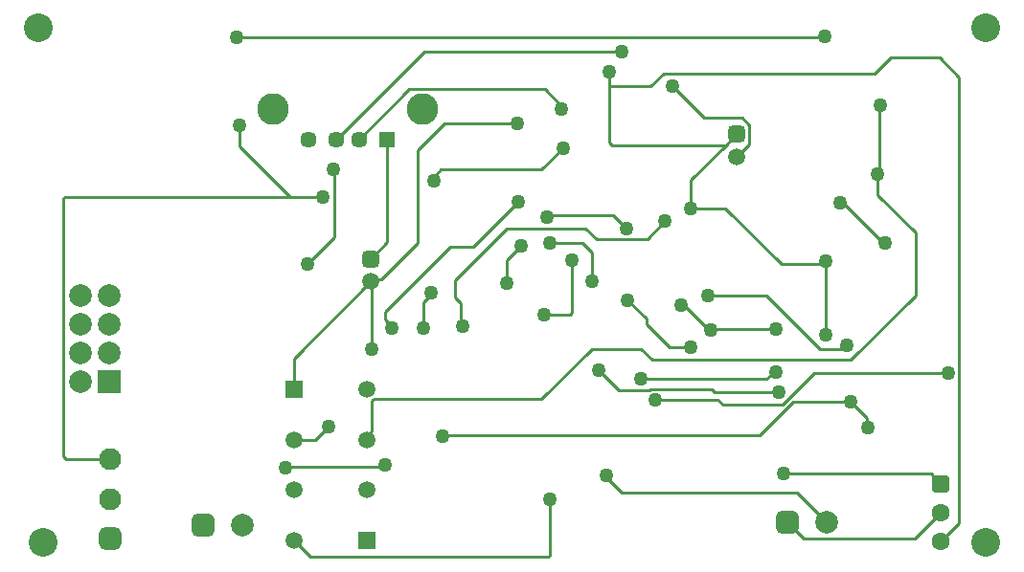
<source format=gbr>
G04*
G04 #@! TF.GenerationSoftware,Altium Limited,Altium Designer,25.8.1 (18)*
G04*
G04 Layer_Physical_Order=2*
G04 Layer_Color=16711680*
%FSLAX44Y44*%
%MOMM*%
G71*
G04*
G04 #@! TF.SameCoordinates,0AA87B99-36C4-491F-804F-3ED42A066D7D*
G04*
G04*
G04 #@! TF.FilePolarity,Positive*
G04*
G01*
G75*
%ADD14C,0.2540*%
G04:AMPARAMS|DCode=91|XSize=1.5mm|YSize=1.5mm|CornerRadius=0.375mm|HoleSize=0mm|Usage=FLASHONLY|Rotation=90.000|XOffset=0mm|YOffset=0mm|HoleType=Round|Shape=RoundedRectangle|*
%AMROUNDEDRECTD91*
21,1,1.5000,0.7500,0,0,90.0*
21,1,0.7500,1.5000,0,0,90.0*
1,1,0.7500,0.3750,0.3750*
1,1,0.7500,0.3750,-0.3750*
1,1,0.7500,-0.3750,-0.3750*
1,1,0.7500,-0.3750,0.3750*
%
%ADD91ROUNDEDRECTD91*%
%ADD92C,1.6000*%
G04:AMPARAMS|DCode=93|XSize=2mm|YSize=2mm|CornerRadius=0.5mm|HoleSize=0mm|Usage=FLASHONLY|Rotation=0.000|XOffset=0mm|YOffset=0mm|HoleType=Round|Shape=RoundedRectangle|*
%AMROUNDEDRECTD93*
21,1,2.0000,1.0000,0,0,0.0*
21,1,1.0000,2.0000,0,0,0.0*
1,1,1.0000,0.5000,-0.5000*
1,1,1.0000,-0.5000,-0.5000*
1,1,1.0000,-0.5000,0.5000*
1,1,1.0000,0.5000,0.5000*
%
%ADD93ROUNDEDRECTD93*%
%ADD94C,2.0000*%
%ADD95R,2.0000X2.0000*%
%ADD96C,1.5000*%
%ADD97C,1.4500*%
%ADD98R,1.5000X1.5000*%
G04:AMPARAMS|DCode=99|XSize=1.95mm|YSize=1.95mm|CornerRadius=0.4875mm|HoleSize=0mm|Usage=FLASHONLY|Rotation=90.000|XOffset=0mm|YOffset=0mm|HoleType=Round|Shape=RoundedRectangle|*
%AMROUNDEDRECTD99*
21,1,1.9500,0.9750,0,0,90.0*
21,1,0.9750,1.9500,0,0,90.0*
1,1,0.9750,0.4875,0.4875*
1,1,0.9750,0.4875,-0.4875*
1,1,0.9750,-0.4875,-0.4875*
1,1,0.9750,-0.4875,0.4875*
%
%ADD99ROUNDEDRECTD99*%
%ADD100C,1.9500*%
%ADD101C,2.8000*%
%ADD102R,1.4500X1.4500*%
G04:AMPARAMS|DCode=103|XSize=1.6mm|YSize=1.6mm|CornerRadius=0.4mm|HoleSize=0mm|Usage=FLASHONLY|Rotation=270.000|XOffset=0mm|YOffset=0mm|HoleType=Round|Shape=RoundedRectangle|*
%AMROUNDEDRECTD103*
21,1,1.6000,0.8000,0,0,270.0*
21,1,0.8000,1.6000,0,0,270.0*
1,1,0.8000,-0.4000,-0.4000*
1,1,0.8000,-0.4000,0.4000*
1,1,0.8000,0.4000,0.4000*
1,1,0.8000,0.4000,-0.4000*
%
%ADD103ROUNDEDRECTD103*%
%ADD104C,1.2700*%
%ADD105C,2.5400*%
D14*
X850854Y401892D02*
G03*
X849920Y400898I1316J-2172D01*
G01*
X850854Y401892D02*
G03*
X851875Y402590I-5554J9228D01*
G01*
X1351280Y704850D02*
X1368520Y687610D01*
X1308100Y704850D02*
X1351280D01*
X1294130Y690880D02*
X1308100Y704850D01*
X1250696Y459994D02*
X1250950Y459740D01*
X1250442Y524510D02*
X1250696Y524256D01*
X1162116Y627126D02*
X1172210Y637220D01*
X1162050Y571500D02*
X1211199Y522351D01*
X1248283D01*
X1250696Y459994D02*
Y524256D01*
X1368520Y292830D02*
Y687610D01*
X1352550Y276860D02*
X1368520Y292830D01*
X1107440Y690880D02*
X1294130D01*
X1096010Y679450D02*
X1107440Y690880D01*
X1131570Y596580D02*
X1162116Y627126D01*
X1059180Y679450D02*
X1096010D01*
X1061938Y627126D02*
X1162116D01*
X1131570Y571500D02*
Y596580D01*
Y571500D02*
X1162050D01*
X1059180Y679450D02*
Y692150D01*
Y629884D02*
Y679450D01*
Y629884D02*
X1061938Y627126D01*
X1206356Y464964D02*
X1206500Y464820D01*
X1150764Y464964D02*
X1206356D01*
X1149350Y463550D02*
X1150764Y464964D01*
X1125109Y485362D02*
X1146921Y463550D01*
X1122680Y485362D02*
X1125109D01*
X1146921Y463550D02*
X1149350D01*
X1266743Y450596D02*
X1269492D01*
X1245870Y447040D02*
X1263187D01*
X1266743Y450596D01*
X780300Y366120D02*
X799190D01*
X811530Y378460D01*
X848995Y447675D02*
X849630Y447040D01*
X848995Y447675D02*
Y503457D01*
X579120Y349250D02*
X618490D01*
X576580Y351790D02*
X579120Y349250D01*
X576580Y351790D02*
Y580172D01*
X578068Y581660D01*
X777240D01*
X732790Y626110D02*
X777240Y581660D01*
X1143000Y651510D02*
X1176782D01*
X1183132Y628142D02*
Y645160D01*
X1172210Y617220D02*
X1183132Y628142D01*
X1176782Y651510D02*
X1183132Y645160D01*
X1115060Y679450D02*
X1143000Y651510D01*
X1329182Y278892D02*
X1352550Y302260D01*
X1216660Y293370D02*
X1231138Y278892D01*
X1329182D01*
X913340Y646640D02*
X978110D01*
X889762Y623062D02*
X913340Y646640D01*
X889762Y540512D02*
Y623062D01*
X857627Y508377D02*
X889762Y540512D01*
X850007Y508377D02*
X857627D01*
X848360Y506730D02*
X850007Y508377D01*
X848360Y504092D02*
Y506730D01*
Y504092D02*
X848995Y503457D01*
X780300Y438670D02*
X848360Y506730D01*
X780300Y411120D02*
Y438670D01*
X1191730Y370300D02*
X1221480Y400050D01*
X912590Y370300D02*
X1191730D01*
X911860Y369570D02*
X912590Y370300D01*
X774096Y343000D02*
X859890D01*
X861060Y344170D01*
X772926Y341830D02*
X774096Y343000D01*
X1149825Y411670D02*
X1152555Y408940D01*
X1209294D01*
X1095835Y411670D02*
X1149825D01*
X1050290Y428244D02*
X1067784Y410750D01*
X1099820Y402050D02*
X1155059D01*
X1159599Y397510D02*
X1212088D01*
X1155059Y402050D02*
X1159599Y397510D01*
X1094915Y410750D02*
X1095835Y411670D01*
X1067784Y410750D02*
X1094915D01*
X845300Y366120D02*
Y369492D01*
X849630Y373822D01*
Y399720D02*
X849630Y400345D01*
X849630Y373822D02*
Y399720D01*
X851875Y402590D02*
X999236D01*
X849630Y400345D02*
X849920Y400898D01*
X999236Y402590D02*
X1043686Y447040D01*
X1002030Y477520D02*
X1024672D01*
X1026160Y479008D02*
Y525780D01*
X1024672Y477520D02*
X1026160Y479008D01*
X1005622Y262890D02*
X1007110Y264378D01*
X794630Y262890D02*
X1005622D01*
X1007110Y264378D02*
Y313690D01*
X780300Y277220D02*
X794630Y262890D01*
X1198468Y494442D02*
X1245870Y447040D01*
X1146810Y494442D02*
X1198468D01*
X1092292Y468904D02*
X1112885Y448310D01*
X1092292Y468904D02*
Y473618D01*
X1112885Y448310D02*
X1131570D01*
X1301115Y541020D02*
X1303020D01*
X1263650Y576580D02*
X1265555D01*
X1301115Y541020D01*
X928370Y468398D02*
Y487168D01*
X861060Y473378D02*
X867410Y467028D01*
X861060Y473378D02*
Y480060D01*
X895350Y465360D02*
Y488552D01*
X867410Y465360D02*
Y467028D01*
X928370Y468398D02*
X929300Y467468D01*
X901700Y494902D02*
Y496570D01*
X895350Y488552D02*
X901700Y494902D01*
X806260Y581660D02*
X806450Y581850D01*
X777240Y581660D02*
X806260D01*
X969010Y525780D02*
X981710Y538480D01*
X1007110Y541020D02*
X1035431D01*
X1043940Y532511D01*
X1038398Y553720D02*
X1048018Y544100D01*
X923290Y508036D02*
X968974Y553720D01*
X1038398D01*
X1075690Y490220D02*
X1092292Y473618D01*
X1087211Y447040D02*
X1097026Y437225D01*
X1043686Y447040D02*
X1087211D01*
X1097026Y437225D02*
X1272885D01*
X1329880Y494220D01*
Y550258D01*
X1087120Y420370D02*
X1198482D01*
X1204832Y426720D02*
X1206500D01*
X1198482Y420370D02*
X1204832Y426720D01*
X1286791Y378179D02*
Y385489D01*
Y378179D02*
X1287780Y377190D01*
X1272230Y400050D02*
X1286791Y385489D01*
X1221480Y400050D02*
X1272230D01*
X815340Y605790D02*
X816070Y605060D01*
Y545560D02*
Y605060D01*
X792480Y521970D02*
X816070Y545560D01*
X1092740Y544100D02*
X1108710Y560070D01*
X1048018Y544100D02*
X1092740D01*
X923290Y492248D02*
X928370Y487168D01*
X923290Y492248D02*
Y508036D01*
X1297940Y661670D02*
X1299210Y662940D01*
X1296670Y583468D02*
X1329880Y550258D01*
X1297940Y603250D02*
Y661670D01*
X1296670Y601980D02*
X1297940Y603250D01*
X1296670Y583468D02*
Y601980D01*
X861060Y480060D02*
X918325Y537325D01*
X938899D01*
X978884Y577310D01*
X1004570Y563880D02*
X1005840Y565150D01*
X1062990D01*
X1074420Y553720D01*
X969010Y505460D02*
Y525780D01*
X1017270Y659130D02*
Y661670D01*
X1002119Y676821D02*
X1017270Y661670D01*
X882411Y676821D02*
X1002119D01*
X838040Y632450D02*
X882411Y676821D01*
X1043940Y506730D02*
Y532511D01*
X818040Y632450D02*
X895520Y709930D01*
X1070610D01*
X1212088Y397510D02*
X1240028Y425450D01*
X1070120Y319786D02*
X1225244D01*
X1056640Y333266D02*
X1070120Y319786D01*
X1056640Y333266D02*
Y335280D01*
X1240028Y425450D02*
X1358900D01*
X999490Y605790D02*
X1018540Y624840D01*
X904240Y595630D02*
Y599440D01*
X910590Y605790D01*
X999490D01*
X863040Y541410D02*
Y632450D01*
X848360Y526730D02*
X863040Y541410D01*
X1248410Y723900D02*
X1249680D01*
X1247140Y722630D02*
X1248410Y723900D01*
X732790Y626110D02*
Y645160D01*
X730250Y722630D02*
X1247140D01*
X1343406Y336804D02*
X1352550Y327660D01*
X1213358Y336804D02*
X1343406D01*
X1225244Y319786D02*
X1251660Y293370D01*
D91*
X1172210Y637220D02*
D03*
X848360Y526730D02*
D03*
D92*
X1352550Y276860D02*
D03*
Y302260D02*
D03*
D93*
X700330Y290830D02*
D03*
X1216660Y293370D02*
D03*
D94*
X735330Y290830D02*
D03*
X591820Y494030D02*
D03*
Y468630D02*
D03*
Y443230D02*
D03*
Y417830D02*
D03*
X617220Y494030D02*
D03*
Y468630D02*
D03*
Y443230D02*
D03*
X1251660Y293370D02*
D03*
D95*
X617220Y417830D02*
D03*
D96*
X1172210Y617220D02*
D03*
X848360Y506730D02*
D03*
X845300Y322220D02*
D03*
X780300Y366120D02*
D03*
X845300D02*
D03*
Y411120D02*
D03*
X780300Y277220D02*
D03*
Y322220D02*
D03*
D97*
X793040Y632450D02*
D03*
X838040D02*
D03*
X818040D02*
D03*
D98*
X780300Y411120D02*
D03*
X845300Y277220D02*
D03*
D99*
X618490Y279250D02*
D03*
D100*
Y314250D02*
D03*
Y349250D02*
D03*
D101*
X762340Y659550D02*
D03*
X893740D02*
D03*
D102*
X863040Y632450D02*
D03*
D103*
X1352550Y327660D02*
D03*
D104*
X1250442Y524510D02*
D03*
X1250950Y459740D02*
D03*
X1131570Y571500D02*
D03*
X1059180Y692150D02*
D03*
X1149350Y463550D02*
D03*
X1206500Y464820D02*
D03*
X1122680Y485362D02*
D03*
X1269492Y450596D02*
D03*
X811530Y378460D02*
D03*
X849630Y447040D02*
D03*
X1115060Y679450D02*
D03*
X978110Y646640D02*
D03*
X911860Y369570D02*
D03*
X861060Y344170D02*
D03*
X1099820Y402050D02*
D03*
X1002030Y477520D02*
D03*
X1007110Y313690D02*
D03*
X1026160Y525780D02*
D03*
X1146810Y494442D02*
D03*
X1263650Y576580D02*
D03*
X867410Y465360D02*
D03*
X929300Y467468D02*
D03*
X895350Y465360D02*
D03*
X806450Y581850D02*
D03*
X981710Y538480D02*
D03*
X1007110Y541020D02*
D03*
X1131570Y448310D02*
D03*
X1075690Y490220D02*
D03*
X1206500Y426720D02*
D03*
X1209294Y408940D02*
D03*
X1287780Y377190D02*
D03*
X1272230Y400050D02*
D03*
X901700Y496570D02*
D03*
X815340Y605790D02*
D03*
X792480Y521970D02*
D03*
X772926Y341830D02*
D03*
X1108710Y560070D02*
D03*
X1299210Y662940D02*
D03*
X1296670Y601980D02*
D03*
X1303020Y541020D02*
D03*
X978884Y577310D02*
D03*
X1004570Y563880D02*
D03*
X1074420Y553720D02*
D03*
X969010Y505460D02*
D03*
X1017270Y659130D02*
D03*
X1043940Y506730D02*
D03*
X1070610Y709930D02*
D03*
X1056640Y335280D02*
D03*
X1087120Y420370D02*
D03*
X1018540Y624840D02*
D03*
X904240Y595630D02*
D03*
X1358900Y425450D02*
D03*
X1249680Y723900D02*
D03*
X732790Y645160D02*
D03*
X730250Y722630D02*
D03*
X1213358Y336804D02*
D03*
X1050290Y428244D02*
D03*
D105*
X1391920Y731520D02*
D03*
X554990D02*
D03*
X1391920Y275590D02*
D03*
X558800D02*
D03*
M02*

</source>
